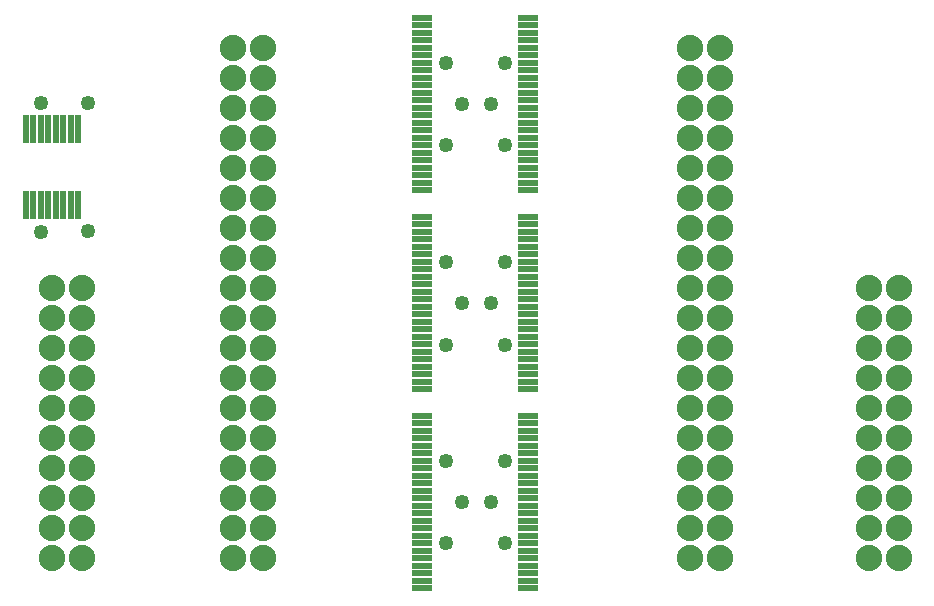
<source format=gts>
G04 MADE WITH FRITZING*
G04 WWW.FRITZING.ORG*
G04 DOUBLE SIDED*
G04 HOLES PLATED*
G04 CONTOUR ON CENTER OF CONTOUR VECTOR*
%ASAXBY*%
%FSLAX23Y23*%
%MOIN*%
%OFA0B0*%
%SFA1.0B1.0*%
%ADD10C,0.049370*%
%ADD11C,0.088000*%
%ADD12R,0.023779X0.096614*%
%ADD13R,0.065000X0.022000*%
%LNMASK1*%
G90*
G70*
G54D10*
X1598Y2136D03*
X1599Y1861D03*
X1599Y1473D03*
X1599Y1197D03*
X1599Y810D03*
X1599Y536D03*
X407Y1575D03*
X407Y2002D03*
X1795Y2136D03*
X1795Y1861D03*
X1795Y1473D03*
X1795Y1197D03*
X1795Y810D03*
X1795Y536D03*
X1653Y1998D03*
X1749Y1998D03*
X1653Y1336D03*
X1749Y1336D03*
X1653Y673D03*
X1749Y673D03*
X250Y2002D03*
X250Y1574D03*
G54D11*
X2412Y2186D03*
X2412Y2086D03*
X2412Y1986D03*
X2412Y1886D03*
X2412Y1786D03*
X2412Y1686D03*
X2412Y1586D03*
X2412Y1486D03*
X2412Y1386D03*
X2412Y1286D03*
X2412Y1186D03*
X2412Y1086D03*
X2412Y986D03*
X2412Y886D03*
X2412Y786D03*
X2412Y686D03*
X2412Y586D03*
X2412Y486D03*
X2412Y2186D03*
X2412Y2086D03*
X2412Y1986D03*
X2412Y1886D03*
X2412Y1786D03*
X2412Y1686D03*
X2412Y1586D03*
X2412Y1486D03*
X2412Y1386D03*
X2412Y1286D03*
X2412Y1186D03*
X2412Y1086D03*
X2412Y986D03*
X2412Y886D03*
X2412Y786D03*
X2412Y686D03*
X2412Y586D03*
X2412Y486D03*
X2512Y486D03*
X2512Y586D03*
X2512Y686D03*
X2512Y786D03*
X2512Y886D03*
X2512Y986D03*
X2512Y1086D03*
X2512Y1186D03*
X2512Y1286D03*
X2512Y1386D03*
X2512Y1486D03*
X2512Y1586D03*
X2512Y1686D03*
X2512Y1786D03*
X2512Y1886D03*
X2512Y1986D03*
X2512Y2086D03*
X2512Y2186D03*
X3009Y1386D03*
X3009Y1286D03*
X3009Y1186D03*
X3009Y1086D03*
X3009Y986D03*
X3009Y886D03*
X3009Y786D03*
X3009Y686D03*
X3009Y586D03*
X3009Y486D03*
X3009Y1386D03*
X3009Y1286D03*
X3009Y1186D03*
X3009Y1086D03*
X3009Y986D03*
X3009Y886D03*
X3009Y786D03*
X3009Y686D03*
X3009Y586D03*
X3009Y486D03*
X3109Y486D03*
X3109Y586D03*
X3109Y686D03*
X3109Y786D03*
X3109Y886D03*
X3109Y986D03*
X3109Y1086D03*
X3109Y1186D03*
X3109Y1286D03*
X3109Y1386D03*
X287Y1386D03*
X287Y1286D03*
X287Y1186D03*
X287Y1086D03*
X287Y986D03*
X287Y886D03*
X287Y786D03*
X287Y686D03*
X287Y586D03*
X287Y486D03*
X287Y1386D03*
X287Y1286D03*
X287Y1186D03*
X287Y1086D03*
X287Y986D03*
X287Y886D03*
X287Y786D03*
X287Y686D03*
X287Y586D03*
X287Y486D03*
X387Y486D03*
X387Y586D03*
X387Y686D03*
X387Y786D03*
X387Y886D03*
X387Y986D03*
X387Y1086D03*
X387Y1186D03*
X387Y1286D03*
X387Y1386D03*
X890Y2186D03*
X890Y2086D03*
X890Y1986D03*
X890Y1886D03*
X890Y1786D03*
X890Y1686D03*
X890Y1586D03*
X890Y1486D03*
X890Y1386D03*
X890Y1286D03*
X890Y1186D03*
X890Y1086D03*
X890Y986D03*
X890Y886D03*
X890Y786D03*
X890Y686D03*
X890Y586D03*
X890Y486D03*
X890Y2186D03*
X890Y2086D03*
X890Y1986D03*
X890Y1886D03*
X890Y1786D03*
X890Y1686D03*
X890Y1586D03*
X890Y1486D03*
X890Y1386D03*
X890Y1286D03*
X890Y1186D03*
X890Y1086D03*
X890Y986D03*
X890Y886D03*
X890Y786D03*
X890Y686D03*
X890Y586D03*
X890Y486D03*
X990Y486D03*
X990Y586D03*
X990Y686D03*
X990Y786D03*
X990Y886D03*
X990Y986D03*
X990Y1086D03*
X990Y1186D03*
X990Y1286D03*
X990Y1386D03*
X990Y1486D03*
X990Y1586D03*
X990Y1686D03*
X990Y1786D03*
X990Y1886D03*
X990Y1986D03*
X990Y2086D03*
X990Y2186D03*
G54D12*
X374Y1915D03*
X349Y1915D03*
X324Y1915D03*
X299Y1915D03*
X274Y1915D03*
X249Y1915D03*
X224Y1915D03*
X199Y1915D03*
X199Y1663D03*
X224Y1663D03*
X249Y1663D03*
X274Y1663D03*
X299Y1663D03*
X324Y1663D03*
X349Y1663D03*
X374Y1663D03*
G54D13*
X1520Y2286D03*
X1520Y2261D03*
X1520Y2236D03*
X1520Y2211D03*
X1520Y2186D03*
X1520Y2161D03*
X1520Y2136D03*
X1520Y2111D03*
X1520Y2086D03*
X1520Y2061D03*
X1520Y2036D03*
X1520Y2011D03*
X1520Y1986D03*
X1520Y1961D03*
X1520Y1936D03*
X1520Y1911D03*
X1520Y1886D03*
X1520Y1861D03*
X1520Y1836D03*
X1520Y1811D03*
X1520Y1786D03*
X1520Y1761D03*
X1520Y1736D03*
X1520Y1711D03*
X1873Y1711D03*
X1873Y1736D03*
X1873Y1761D03*
X1873Y1786D03*
X1873Y1811D03*
X1873Y1836D03*
X1873Y1861D03*
X1873Y1886D03*
X1873Y1911D03*
X1873Y1936D03*
X1873Y1961D03*
X1873Y1986D03*
X1873Y2011D03*
X1873Y2036D03*
X1873Y2061D03*
X1873Y2086D03*
X1873Y2111D03*
X1873Y2136D03*
X1873Y2161D03*
X1873Y2186D03*
X1873Y2211D03*
X1873Y2236D03*
X1873Y2261D03*
X1873Y2286D03*
X1520Y1623D03*
X1520Y1598D03*
X1520Y1573D03*
X1520Y1548D03*
X1520Y1523D03*
X1520Y1498D03*
X1520Y1473D03*
X1520Y1448D03*
X1520Y1423D03*
X1520Y1398D03*
X1520Y1373D03*
X1520Y1348D03*
X1520Y1323D03*
X1520Y1298D03*
X1520Y1273D03*
X1520Y1248D03*
X1520Y1223D03*
X1520Y1198D03*
X1520Y1173D03*
X1520Y1148D03*
X1520Y1123D03*
X1520Y1098D03*
X1520Y1073D03*
X1520Y1048D03*
X1873Y1048D03*
X1873Y1073D03*
X1873Y1098D03*
X1873Y1123D03*
X1873Y1148D03*
X1873Y1173D03*
X1873Y1198D03*
X1873Y1223D03*
X1873Y1248D03*
X1873Y1273D03*
X1873Y1298D03*
X1873Y1323D03*
X1873Y1348D03*
X1873Y1373D03*
X1873Y1398D03*
X1873Y1423D03*
X1873Y1448D03*
X1873Y1473D03*
X1873Y1498D03*
X1873Y1523D03*
X1873Y1548D03*
X1873Y1573D03*
X1873Y1598D03*
X1873Y1623D03*
X1520Y960D03*
X1520Y935D03*
X1520Y910D03*
X1520Y885D03*
X1520Y860D03*
X1520Y835D03*
X1520Y810D03*
X1520Y785D03*
X1520Y760D03*
X1520Y735D03*
X1520Y710D03*
X1520Y685D03*
X1520Y660D03*
X1520Y635D03*
X1520Y610D03*
X1520Y585D03*
X1520Y560D03*
X1520Y535D03*
X1520Y510D03*
X1520Y485D03*
X1520Y460D03*
X1520Y435D03*
X1520Y410D03*
X1520Y385D03*
X1873Y385D03*
X1873Y410D03*
X1873Y435D03*
X1873Y460D03*
X1873Y485D03*
X1873Y510D03*
X1873Y535D03*
X1873Y560D03*
X1873Y585D03*
X1873Y610D03*
X1873Y635D03*
X1873Y660D03*
X1873Y685D03*
X1873Y710D03*
X1873Y735D03*
X1873Y760D03*
X1873Y785D03*
X1873Y810D03*
X1873Y835D03*
X1873Y860D03*
X1873Y885D03*
X1873Y910D03*
X1873Y935D03*
X1873Y960D03*
G04 End of Mask1*
M02*
</source>
